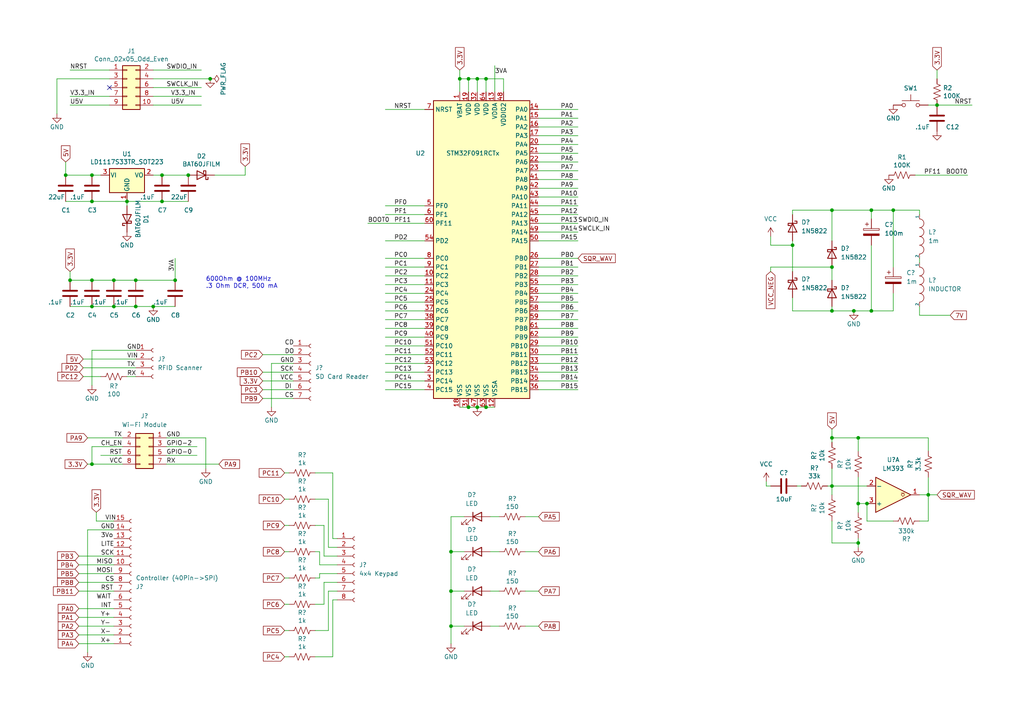
<source format=kicad_sch>
(kicad_sch (version 20211123) (generator eeschema)
  (paper "A4")
  (lib_symbols
    (symbol "Comparator:LM393" (pin_names (offset 0.127))
      (property "Reference" "U" (at 3.81 3.81 0))
      (property "Value" "LM393" (at 6.35 -3.81 0))
      (symbol "LM393_1_1"
        (pin open_collector line (at 7.62 0 180) (length 2.54) (name "~") (number "1"))
        (pin input line (at -7.62 -2.54 0) (length 2.54) (name "-") (number "2"))
        (pin input line (at -7.62 2.54 0) (length 2.54) (name "+") (number "3"))
      )
      (symbol "LM393_2_1"
        (pin input line (at -7.62 2.54 0) (length 2.54) (name "+") (number "5"))
        (pin input line (at -7.62 -2.54 0) (length 2.54) (name "_") (number "6"))
        (pin open_collector line (at 7.62 0 180) (length 2.54) (name "~") (number "7"))
      )
      (symbol "LM393_3_1"
        (pin power_in line (at -2.54 -7.62 90) (length 3.81) (name "V-") (number "4"))
        (pin power_in line (at -2.54 7.62 270) (length 3.81) (name "V+") (number "8"))
      )
    )
    (symbol "Connector:Conn_01x04_Female" (pin_names (offset 1.016) hide)
      (property "Reference" "J" (at 0 5.08 0))
      (property "Value" "Conn_01x04_Female" (at 0 -7.62 0))
      (symbol "Conn_01x04_Female_1_1"
        (pin passive line (at -5.08 2.54 0) (length 3.81) (name "Pin_1") (number "1"))
        (pin passive line (at -5.08 0 0) (length 3.81) (name "Pin_2") (number "2"))
        (pin passive line (at -5.08 -2.54 0) (length 3.81) (name "Pin_3") (number "3"))
        (pin passive line (at -5.08 -5.08 0) (length 3.81) (name "Pin_4") (number "4"))
      )
    )
    (symbol "Connector:Conn_01x07_Female" (pin_names (offset 1.016) hide)
      (property "Reference" "J" (at 0 10.16 0))
      (property "Value" "Conn_01x07_Female" (at 0 -10.16 0))
      (symbol "Conn_01x07_Female_1_1"
        (pin passive line (at -5.08 7.62 0) (length 3.81) (name "Pin_1") (number "1"))
        (pin passive line (at -5.08 5.08 0) (length 3.81) (name "Pin_2") (number "2"))
        (pin passive line (at -5.08 2.54 0) (length 3.81) (name "Pin_3") (number "3"))
        (pin passive line (at -5.08 0 0) (length 3.81) (name "Pin_4") (number "4"))
        (pin passive line (at -5.08 -2.54 0) (length 3.81) (name "Pin_5") (number "5"))
        (pin passive line (at -5.08 -5.08 0) (length 3.81) (name "Pin_6") (number "6"))
        (pin passive line (at -5.08 -7.62 0) (length 3.81) (name "Pin_7") (number "7"))
      )
    )
    (symbol "Connector:Conn_01x08_Female" (pin_names (offset 1.016) hide)
      (property "Reference" "J" (at 0 10.16 0))
      (property "Value" "Conn_01x08_Female" (at 0 -12.7 0))
      (symbol "Conn_01x08_Female_1_1"
        (pin passive line (at -5.08 7.62 0) (length 3.81) (name "Pin_1") (number "1"))
        (pin passive line (at -5.08 5.08 0) (length 3.81) (name "Pin_2") (number "2"))
        (pin passive line (at -5.08 2.54 0) (length 3.81) (name "Pin_3") (number "3"))
        (pin passive line (at -5.08 0 0) (length 3.81) (name "Pin_4") (number "4"))
        (pin passive line (at -5.08 -2.54 0) (length 3.81) (name "Pin_5") (number "5"))
        (pin passive line (at -5.08 -5.08 0) (length 3.81) (name "Pin_6") (number "6"))
        (pin passive line (at -5.08 -7.62 0) (length 3.81) (name "Pin_7") (number "7"))
        (pin passive line (at -5.08 -10.16 0) (length 3.81) (name "Pin_8") (number "8"))
      )
    )
    (symbol "Connector:Conn_01x15_Female" (pin_names (offset 1.016) hide)
      (property "Reference" "J" (at 0 20.32 0))
      (property "Value" "Conn_01x15_Female" (at 0 -20.32 0))
      (symbol "Conn_01x15_Female_1_1"
        (pin passive line (at -5.08 17.78 0) (length 3.81) (name "Pin_1") (number "1"))
        (pin passive line (at -5.08 -5.08 0) (length 3.81) (name "Pin_10") (number "10"))
        (pin passive line (at -5.08 -7.62 0) (length 3.81) (name "Pin_11") (number "11"))
        (pin passive line (at -5.08 -10.16 0) (length 3.81) (name "Pin_12") (number "12"))
        (pin passive line (at -5.08 -12.7 0) (length 3.81) (name "Pin_13") (number "13"))
        (pin passive line (at -5.08 -15.24 0) (length 3.81) (name "Pin_14") (number "14"))
        (pin passive line (at -5.08 -17.78 0) (length 3.81) (name "Pin_15") (number "15"))
        (pin passive line (at -5.08 15.24 0) (length 3.81) (name "Pin_2") (number "2"))
        (pin passive line (at -5.08 12.7 0) (length 3.81) (name "Pin_3") (number "3"))
        (pin passive line (at -5.08 10.16 0) (length 3.81) (name "Pin_4") (number "4"))
        (pin passive line (at -5.08 7.62 0) (length 3.81) (name "Pin_5") (number "5"))
        (pin passive line (at -5.08 5.08 0) (length 3.81) (name "Pin_6") (number "6"))
        (pin passive line (at -5.08 2.54 0) (length 3.81) (name "Pin_7") (number "7"))
        (pin passive line (at -5.08 0 0) (length 3.81) (name "Pin_8") (number "8"))
        (pin passive line (at -5.08 -2.54 0) (length 3.81) (name "Pin_9") (number "9"))
      )
    )
    (symbol "Connector_Generic:Conn_02x04_Odd_Even" (pin_names (offset 1.016) hide)
      (property "Reference" "J" (at 1.27 5.08 0))
      (property "Value" "Conn_02x04_Odd_Even" (at 1.27 -7.62 0))
      (symbol "Conn_02x04_Odd_Even_1_1"
        (pin passive line (at -5.08 2.54 0) (length 3.81) (name "Pin_1") (number "1"))
        (pin passive line (at 7.62 2.54 180) (length 3.81) (name "Pin_2") (number "2"))
        (pin passive line (at -5.08 0 0) (length 3.81) (name "Pin_3") (number "3"))
        (pin passive line (at 7.62 0 180) (length 3.81) (name "Pin_4") (number "4"))
        (pin passive line (at -5.08 -2.54 0) (length 3.81) (name "Pin_5") (number "5"))
        (pin passive line (at 7.62 -2.54 180) (length 3.81) (name "Pin_6") (number "6"))
        (pin passive line (at -5.08 -5.08 0) (length 3.81) (name "Pin_7") (number "7"))
        (pin passive line (at 7.62 -5.08 180) (length 3.81) (name "Pin_8") (number "8"))
      )
    )
    (symbol "Connector_Generic:Conn_02x05_Odd_Even" (pin_names (offset 1.016) hide)
      (property "Reference" "J" (at 1.27 7.62 0))
      (property "Value" "Conn_02x05_Odd_Even" (at 1.27 -7.62 0))
      (symbol "Conn_02x05_Odd_Even_1_1"
        (pin passive line (at -5.08 5.08 0) (length 3.81) (name "Pin_1") (number "1"))
        (pin passive line (at 7.62 -5.08 180) (length 3.81) (name "Pin_10") (number "10"))
        (pin passive line (at 7.62 5.08 180) (length 3.81) (name "Pin_2") (number "2"))
        (pin passive line (at -5.08 2.54 0) (length 3.81) (name "Pin_3") (number "3"))
        (pin passive line (at 7.62 2.54 180) (length 3.81) (name "Pin_4") (number "4"))
        (pin passive line (at -5.08 0 0) (length 3.81) (name "Pin_5") (number "5"))
        (pin passive line (at 7.62 0 180) (length 3.81) (name "Pin_6") (number "6"))
        (pin passive line (at -5.08 -2.54 0) (length 3.81) (name "Pin_7") (number "7"))
        (pin passive line (at 7.62 -2.54 180) (length 3.81) (name "Pin_8") (number "8"))
        (pin passive line (at -5.08 -5.08 0) (length 3.81) (name "Pin_9") (number "9"))
      )
    )
    (symbol "Device:C" (pin_numbers hide) (pin_names (offset 0.254))
      (property "Reference" "C" (at 0.635 2.54 0))
      (property "Value" "C" (at 0.635 -2.54 0))
      (symbol "C_1_1"
        (pin passive line (at 0 3.81 270) (length 2.794) (name "~") (number "1"))
        (pin passive line (at 0 -3.81 90) (length 2.794) (name "~") (number "2"))
      )
    )
    (symbol "Device:C_Polarized" (pin_numbers hide) (pin_names (offset 0.254))
      (property "Reference" "C" (at 0.635 2.54 0))
      (property "Value" "C_Polarized" (at 0.635 -2.54 0))
      (symbol "C_Polarized_1_1"
        (pin passive line (at 0 3.81 270) (length 2.794) (name "~") (number "1"))
        (pin passive line (at 0 -3.81 90) (length 2.794) (name "~") (number "2"))
      )
    )
    (symbol "Device:D_Schottky" (pin_numbers hide) (pin_names (offset 1.016) hide)
      (property "Reference" "D" (at 0 2.54 0))
      (property "Value" "D_Schottky" (at 0 -2.54 0))
      (symbol "D_Schottky_1_1"
        (pin passive line (at -3.81 0 0) (length 2.54) (name "K") (number "1"))
        (pin passive line (at 3.81 0 180) (length 2.54) (name "A") (number "2"))
      )
    )
    (symbol "Device:LED" (pin_numbers hide) (pin_names (offset 1.016) hide)
      (property "Reference" "D" (at 0 2.54 0))
      (property "Value" "LED" (at 0 -2.54 0))
      (symbol "LED_1_1"
        (pin passive line (at -3.81 0 0) (length 2.54) (name "K") (number "1"))
        (pin passive line (at 3.81 0 180) (length 2.54) (name "A") (number "2"))
      )
    )
    (symbol "Device:R_US" (pin_numbers hide) (pin_names (offset 0))
      (property "Reference" "R" (at 2.54 0 90))
      (property "Value" "R_US" (at -2.54 0 90))
      (symbol "R_US_1_1"
        (pin passive line (at 0 3.81 270) (length 1.27) (name "~") (number "1"))
        (pin passive line (at 0 -3.81 90) (length 1.27) (name "~") (number "2"))
      )
    )
    (symbol "Diode:BAT60A" (pin_numbers hide) (pin_names (offset 1.016) hide)
      (property "Reference" "D" (at 0 2.54 0))
      (property "Value" "BAT60A" (at 0 -2.54 0))
      (symbol "BAT60A_1_1"
        (pin passive line (at -3.81 0 0) (length 2.54) (name "K") (number "1"))
        (pin passive line (at 3.81 0 180) (length 2.54) (name "A") (number "2"))
      )
    )
    (symbol "MCU_ST_STM32F0:STM32F091RCTx"
      (property "Reference" "U" (at -15.24 44.45 0))
      (property "Value" "STM32F091RCTx" (at 7.62 44.45 0))
      (symbol "STM32F091RCTx_1_1"
        (pin power_in line (at -7.62 45.72 270) (length 2.54) (name "VBAT") (number "1"))
        (pin bidirectional line (at -17.78 -7.62 0) (length 2.54) (name "PC2") (number "10"))
        (pin bidirectional line (at -17.78 -10.16 0) (length 2.54) (name "PC3") (number "11"))
        (pin power_in line (at 2.54 -45.72 90) (length 2.54) (name "VSSA") (number "12"))
        (pin power_in line (at 2.54 45.72 270) (length 2.54) (name "VDDA") (number "13"))
        (pin bidirectional line (at 15.24 40.64 180) (length 2.54) (name "PA0") (number "14"))
        (pin bidirectional line (at 15.24 38.1 180) (length 2.54) (name "PA1") (number "15"))
        (pin bidirectional line (at 15.24 35.56 180) (length 2.54) (name "PA2") (number "16"))
        (pin bidirectional line (at 15.24 33.02 180) (length 2.54) (name "PA3") (number "17"))
        (pin power_in line (at -7.62 -45.72 90) (length 2.54) (name "VSS") (number "18"))
        (pin power_in line (at -5.08 45.72 270) (length 2.54) (name "VDD") (number "19"))
        (pin bidirectional line (at -17.78 -35.56 0) (length 2.54) (name "PC13") (number "2"))
        (pin bidirectional line (at 15.24 30.48 180) (length 2.54) (name "PA4") (number "20"))
        (pin bidirectional line (at 15.24 27.94 180) (length 2.54) (name "PA5") (number "21"))
        (pin bidirectional line (at 15.24 25.4 180) (length 2.54) (name "PA6") (number "22"))
        (pin bidirectional line (at 15.24 22.86 180) (length 2.54) (name "PA7") (number "23"))
        (pin bidirectional line (at -17.78 -12.7 0) (length 2.54) (name "PC4") (number "24"))
        (pin bidirectional line (at -17.78 -15.24 0) (length 2.54) (name "PC5") (number "25"))
        (pin bidirectional line (at 15.24 -2.54 180) (length 2.54) (name "PB0") (number "26"))
        (pin bidirectional line (at 15.24 -5.08 180) (length 2.54) (name "PB1") (number "27"))
        (pin bidirectional line (at 15.24 -7.62 180) (length 2.54) (name "PB2") (number "28"))
        (pin bidirectional line (at 15.24 -27.94 180) (length 2.54) (name "PB10") (number "29"))
        (pin bidirectional line (at -17.78 -38.1 0) (length 2.54) (name "PC14") (number "3"))
        (pin bidirectional line (at 15.24 -30.48 180) (length 2.54) (name "PB11") (number "30"))
        (pin power_in line (at -5.08 -45.72 90) (length 2.54) (name "VSS") (number "31"))
        (pin power_in line (at -2.54 45.72 270) (length 2.54) (name "VDD") (number "32"))
        (pin bidirectional line (at 15.24 -33.02 180) (length 2.54) (name "PB12") (number "33"))
        (pin bidirectional line (at 15.24 -35.56 180) (length 2.54) (name "PB13") (number "34"))
        (pin bidirectional line (at 15.24 -38.1 180) (length 2.54) (name "PB14") (number "35"))
        (pin bidirectional line (at 15.24 -40.64 180) (length 2.54) (name "PB15") (number "36"))
        (pin bidirectional line (at -17.78 -17.78 0) (length 2.54) (name "PC6") (number "37"))
        (pin bidirectional line (at -17.78 -20.32 0) (length 2.54) (name "PC7") (number "38"))
        (pin bidirectional line (at -17.78 -22.86 0) (length 2.54) (name "PC8") (number "39"))
        (pin bidirectional line (at -17.78 -40.64 0) (length 2.54) (name "PC15") (number "4"))
        (pin bidirectional line (at -17.78 -25.4 0) (length 2.54) (name "PC9") (number "40"))
        (pin bidirectional line (at 15.24 20.32 180) (length 2.54) (name "PA8") (number "41"))
        (pin bidirectional line (at 15.24 17.78 180) (length 2.54) (name "PA9") (number "42"))
        (pin bidirectional line (at 15.24 15.24 180) (length 2.54) (name "PA10") (number "43"))
        (pin bidirectional line (at 15.24 12.7 180) (length 2.54) (name "PA11") (number "44"))
        (pin bidirectional line (at 15.24 10.16 180) (length 2.54) (name "PA12") (number "45"))
        (pin bidirectional line (at 15.24 7.62 180) (length 2.54) (name "PA13") (number "46"))
        (pin power_in line (at -2.54 -45.72 90) (length 2.54) (name "VSS") (number "47"))
        (pin power_in line (at 5.08 45.72 270) (length 2.54) (name "VDDIO2") (number "48"))
        (pin bidirectional line (at 15.24 5.08 180) (length 2.54) (name "PA14") (number "49"))
        (pin input line (at -17.78 12.7 0) (length 2.54) (name "PF0") (number "5"))
        (pin bidirectional line (at 15.24 2.54 180) (length 2.54) (name "PA15") (number "50"))
        (pin bidirectional line (at -17.78 -27.94 0) (length 2.54) (name "PC10") (number "51"))
        (pin bidirectional line (at -17.78 -30.48 0) (length 2.54) (name "PC11") (number "52"))
        (pin bidirectional line (at -17.78 -33.02 0) (length 2.54) (name "PC12") (number "53"))
        (pin bidirectional line (at -17.78 2.54 0) (length 2.54) (name "PD2") (number "54"))
        (pin bidirectional line (at 15.24 -10.16 180) (length 2.54) (name "PB3") (number "55"))
        (pin bidirectional line (at 15.24 -12.7 180) (length 2.54) (name "PB4") (number "56"))
        (pin bidirectional line (at 15.24 -15.24 180) (length 2.54) (name "PB5") (number "57"))
        (pin bidirectional line (at 15.24 -17.78 180) (length 2.54) (name "PB6") (number "58"))
        (pin bidirectional line (at 15.24 -20.32 180) (length 2.54) (name "PB7") (number "59"))
        (pin input line (at -17.78 10.16 0) (length 2.54) (name "PF1") (number "6"))
        (pin bidirectional line (at -17.78 7.62 0) (length 2.54) (name "PF11") (number "60"))
        (pin bidirectional line (at 15.24 -22.86 180) (length 2.54) (name "PB8") (number "61"))
        (pin bidirectional line (at 15.24 -25.4 180) (length 2.54) (name "PB9") (number "62"))
        (pin power_in line (at 0 -45.72 90) (length 2.54) (name "VSS") (number "63"))
        (pin power_in line (at 0 45.72 270) (length 2.54) (name "VDD") (number "64"))
        (pin input line (at -17.78 40.64 0) (length 2.54) (name "NRST") (number "7"))
        (pin bidirectional line (at -17.78 -2.54 0) (length 2.54) (name "PC0") (number "8"))
        (pin bidirectional line (at -17.78 -5.08 0) (length 2.54) (name "PC1") (number "9"))
      )
    )
    (symbol "Regulator_Linear:LD1117S33TR_SOT223" (pin_names (offset 0.254))
      (property "Reference" "U" (at -3.81 3.175 0))
      (property "Value" "LD1117S33TR_SOT223" (at 0 3.175 0))
      (symbol "LD1117S33TR_SOT223_1_1"
        (pin power_in line (at 0 -7.62 90) (length 2.54) (name "GND") (number "1"))
        (pin power_out line (at 7.62 0 180) (length 2.54) (name "VO") (number "2"))
        (pin power_in line (at -7.62 0 0) (length 2.54) (name "VI") (number "3"))
      )
    )
    (symbol "Switch:SW_Push" (pin_numbers hide) (pin_names (offset 1.016) hide)
      (property "Reference" "SW" (at 1.27 2.54 0))
      (property "Value" "SW_Push" (at 0 -1.524 0))
      (symbol "SW_Push_0_1"
        (pin passive line (at -5.08 0 0) (length 2.54) (name "1") (number "1"))
        (pin passive line (at 5.08 0 180) (length 2.54) (name "2") (number "2"))
      )
    )
    (symbol "power:GND" (power) (pin_names (offset 0))
      (property "Value" "GND" (at 0 -3.81 0))
      (symbol "GND_1_1"
        (pin power_in line (at 0 0 270) (length 0) hide (name "GND") (number "1"))
      )
    )
    (symbol "power:PWR_FLAG" (power) (pin_numbers hide) (pin_names (offset 0) hide)
      (property "Value" "PWR_FLAG" (at 0 3.81 0))
      (symbol "PWR_FLAG_0_0"
        (pin power_out line (at 0 0 90) (length 0) (name "pwr") (number "1"))
      )
    )
    (symbol "power:VCC" (power) (pin_names (offset 0))
      (property "Value" "VCC" (at 0 3.81 0))
      (symbol "VCC_1_1"
        (pin power_in line (at 0 0 90) (length 0) hide (name "VCC") (number "1"))
      )
    )
    (symbol "pspice:INDUCTOR" (pin_numbers hide) (pin_names (offset 0))
      (property "Reference" "L" (at 0 2.54 0))
      (property "Value" "INDUCTOR" (at 0 -1.27 0))
      (symbol "INDUCTOR_1_1"
        (pin input line (at -6.35 0 0) (length 1.27) (name "1") (number "1"))
        (pin input line (at 6.35 0 180) (length 1.27) (name "2") (number "2"))
      )
    )
  )
  (junction (at 130.81 160.02))
  (junction (at 26.67 88.9))
  (junction (at 241.3 60.96))
  (junction (at 26.67 81.28))
  (junction (at 252.73 60.96))
  (junction (at 269.24 143.51))
  (junction (at 241.3 127))
  (junction (at 46.99 50.8))
  (junction (at 241.3 90.17))
  (junction (at 259.08 60.96))
  (junction (at 241.3 77.47))
  (junction (at 248.92 127))
  (junction (at 140.97 118.11))
  (junction (at 138.43 118.11))
  (junction (at 138.43 22.86))
  (junction (at 26.67 58.42))
  (junction (at 130.81 171.45))
  (junction (at 248.92 146.05))
  (junction (at 135.89 118.11))
  (junction (at 46.99 58.42))
  (junction (at 39.37 88.9))
  (junction (at 33.02 88.9))
  (junction (at 140.97 22.86))
  (junction (at 36.83 58.42))
  (junction (at 60.96 22.86))
  (junction (at 130.81 181.61))
  (junction (at 54.61 50.8))
  (junction (at 26.67 50.8))
  (junction (at 251.46 146.05))
  (junction (at 133.35 22.86))
  (junction (at 19.05 50.8))
  (junction (at 20.32 81.28))
  (junction (at 44.45 88.9))
  (junction (at 247.65 90.17))
  (junction (at 39.37 81.28))
  (junction (at 26.67 134.62))
  (junction (at 248.92 157.48))
  (junction (at 135.89 22.86))
  (junction (at 229.87 71.12))
  (junction (at 252.73 90.17))
  (junction (at 33.02 81.28))
  (junction (at 271.78 30.48))
  (junction (at 241.3 140.97))
  (junction (at 50.8 81.28))
  (no_connect (at 31.75 25.4))
  (wire (pts (xy 19.05 46.99) (xy 19.05 50.8)))
  (wire (pts (xy 269.24 151.13) (xy 269.24 143.51)))
  (wire (pts (xy 133.35 118.11) (xy 135.89 118.11)))
  (wire (pts (xy 96.52 190.5) (xy 96.52 173.99)))
  (wire (pts (xy 130.81 181.61) (xy 130.81 171.45)))
  (wire (pts (xy 156.21 59.69) (xy 167.64 59.69)))
  (wire (pts (xy 27.94 148.59) (xy 27.94 151.13)))
  (wire (pts (xy 82.55 167.64) (xy 83.82 167.64)))
  (wire (pts (xy 62.23 50.8) (xy 71.12 50.8)))
  (wire (pts (xy 16.51 22.86) (xy 31.75 22.86)))
  (wire (pts (xy 269.24 30.48) (xy 271.78 30.48)))
  (wire (pts (xy 44.45 20.32) (xy 58.42 20.32)))
  (wire (pts (xy 229.87 62.23) (xy 229.87 60.96)))
  (wire (pts (xy 140.97 26.67) (xy 140.97 22.86)))
  (wire (pts (xy 269.24 138.43) (xy 269.24 143.51)))
  (wire (pts (xy 20.32 30.48) (xy 31.75 30.48)))
  (wire (pts (xy 156.21 77.47) (xy 167.64 77.47)))
  (wire (pts (xy 229.87 86.36) (xy 229.87 90.17)))
  (wire (pts (xy 92.71 163.83) (xy 97.79 163.83)))
  (wire (pts (xy 91.44 152.4) (xy 93.98 152.4)))
  (wire (pts (xy 96.52 137.16) (xy 96.52 156.21)))
  (wire (pts (xy 93.98 152.4) (xy 93.98 161.29)))
  (wire (pts (xy 231.14 140.97) (xy 232.41 140.97)))
  (wire (pts (xy 156.21 52.07) (xy 167.64 52.07)))
  (wire (pts (xy 33.02 88.9) (xy 39.37 88.9)))
  (wire (pts (xy 123.19 59.69) (xy 111.76 59.69)))
  (wire (pts (xy 106.68 64.77) (xy 123.19 64.77)))
  (wire (pts (xy 252.73 60.96) (xy 252.73 63.5)))
  (wire (pts (xy 156.21 113.03) (xy 167.64 113.03)))
  (wire (pts (xy 123.19 90.17) (xy 111.76 90.17)))
  (wire (pts (xy 93.98 175.26) (xy 93.98 168.91)))
  (wire (pts (xy 142.24 181.61) (xy 144.78 181.61)))
  (wire (pts (xy 95.25 158.75) (xy 97.79 158.75)))
  (wire (pts (xy 251.46 151.13) (xy 259.08 151.13)))
  (wire (pts (xy 27.94 151.13) (xy 33.02 151.13)))
  (wire (pts (xy 130.81 186.69) (xy 130.81 181.61)))
  (wire (pts (xy 266.7 60.96) (xy 266.7 62.23)))
  (wire (pts (xy 59.69 135.89) (xy 59.69 127)))
  (wire (pts (xy 229.87 71.12) (xy 229.87 78.74)))
  (wire (pts (xy 91.44 175.26) (xy 93.98 175.26)))
  (wire (pts (xy 135.89 22.86) (xy 138.43 22.86)))
  (wire (pts (xy 241.3 77.47) (xy 241.3 81.28)))
  (wire (pts (xy 76.2 107.95) (xy 85.09 107.95)))
  (wire (pts (xy 269.24 143.51) (xy 271.78 143.51)))
  (wire (pts (xy 156.21 64.77) (xy 167.64 64.77)))
  (wire (pts (xy 130.81 160.02) (xy 130.81 149.86)))
  (wire (pts (xy 123.19 97.79) (xy 111.76 97.79)))
  (wire (pts (xy 25.4 134.62) (xy 26.67 134.62)))
  (wire (pts (xy 130.81 160.02) (xy 134.62 160.02)))
  (wire (pts (xy 92.71 166.37) (xy 97.79 166.37)))
  (wire (pts (xy 156.21 62.23) (xy 167.64 62.23)))
  (wire (pts (xy 48.26 129.54) (xy 57.15 129.54)))
  (wire (pts (xy 266.7 151.13) (xy 269.24 151.13)))
  (wire (pts (xy 26.67 81.28) (xy 33.02 81.28)))
  (wire (pts (xy 271.78 20.32) (xy 271.78 22.86)))
  (wire (pts (xy 241.3 140.97) (xy 241.3 143.51)))
  (wire (pts (xy 156.21 46.99) (xy 167.64 46.99)))
  (wire (pts (xy 156.21 90.17) (xy 167.64 90.17)))
  (wire (pts (xy 22.86 176.53) (xy 33.02 176.53)))
  (wire (pts (xy 241.3 90.17) (xy 241.3 88.9)))
  (wire (pts (xy 85.09 105.41) (xy 78.74 105.41)))
  (wire (pts (xy 20.32 81.28) (xy 26.67 81.28)))
  (wire (pts (xy 123.19 102.87) (xy 111.76 102.87)))
  (wire (pts (xy 152.4 160.02) (xy 156.21 160.02)))
  (wire (pts (xy 22.86 186.69) (xy 33.02 186.69)))
  (wire (pts (xy 26.67 129.54) (xy 26.67 134.62)))
  (wire (pts (xy 123.19 87.63) (xy 111.76 87.63)))
  (wire (pts (xy 156.21 87.63) (xy 167.64 87.63)))
  (wire (pts (xy 123.19 31.75) (xy 111.76 31.75)))
  (wire (pts (xy 241.3 135.89) (xy 241.3 140.97)))
  (wire (pts (xy 241.3 140.97) (xy 251.46 140.97)))
  (wire (pts (xy 241.3 60.96) (xy 241.3 69.85)))
  (wire (pts (xy 76.2 115.57) (xy 85.09 115.57)))
  (wire (pts (xy 248.92 127) (xy 248.92 130.81)))
  (wire (pts (xy 252.73 90.17) (xy 247.65 90.17)))
  (wire (pts (xy 156.21 34.29) (xy 167.64 34.29)))
  (wire (pts (xy 248.92 138.43) (xy 248.92 146.05)))
  (wire (pts (xy 142.24 149.86) (xy 144.78 149.86)))
  (wire (pts (xy 241.3 60.96) (xy 252.73 60.96)))
  (wire (pts (xy 156.21 95.25) (xy 167.64 95.25)))
  (wire (pts (xy 29.21 132.08) (xy 35.56 132.08)))
  (wire (pts (xy 48.26 134.62) (xy 63.5 134.62)))
  (wire (pts (xy 91.44 167.64) (xy 92.71 167.64)))
  (wire (pts (xy 25.4 153.67) (xy 33.02 153.67)))
  (wire (pts (xy 229.87 60.96) (xy 241.3 60.96)))
  (wire (pts (xy 93.98 161.29) (xy 97.79 161.29)))
  (wire (pts (xy 76.2 102.87) (xy 85.09 102.87)))
  (wire (pts (xy 91.44 190.5) (xy 96.52 190.5)))
  (wire (pts (xy 29.21 50.8) (xy 26.67 50.8)))
  (wire (pts (xy 48.26 127) (xy 59.69 127)))
  (wire (pts (xy 24.13 106.68) (xy 39.37 106.68)))
  (wire (pts (xy 82.55 137.16) (xy 83.82 137.16)))
  (wire (pts (xy 156.21 44.45) (xy 167.64 44.45)))
  (wire (pts (xy 266.7 88.9) (xy 266.7 91.44)))
  (wire (pts (xy 24.13 109.22) (xy 29.21 109.22)))
  (wire (pts (xy 252.73 71.12) (xy 252.73 90.17)))
  (wire (pts (xy 142.24 171.45) (xy 144.78 171.45)))
  (wire (pts (xy 91.44 182.88) (xy 95.25 182.88)))
  (wire (pts (xy 248.92 146.05) (xy 248.92 148.59)))
  (wire (pts (xy 271.78 30.48) (xy 281.94 30.48)))
  (wire (pts (xy 95.25 144.78) (xy 95.25 158.75)))
  (wire (pts (xy 39.37 88.9) (xy 44.45 88.9)))
  (wire (pts (xy 156.21 92.71) (xy 167.64 92.71)))
  (wire (pts (xy 156.21 97.79) (xy 167.64 97.79)))
  (wire (pts (xy 130.81 181.61) (xy 134.62 181.61)))
  (wire (pts (xy 26.67 58.42) (xy 36.83 58.42)))
  (wire (pts (xy 44.45 22.86) (xy 60.96 22.86)))
  (wire (pts (xy 20.32 78.74) (xy 20.32 81.28)))
  (wire (pts (xy 25.4 153.67) (xy 25.4 189.23)))
  (wire (pts (xy 241.3 151.13) (xy 241.3 157.48)))
  (wire (pts (xy 96.52 156.21) (xy 97.79 156.21)))
  (wire (pts (xy 156.21 107.95) (xy 167.64 107.95)))
  (wire (pts (xy 91.44 160.02) (xy 92.71 160.02)))
  (wire (pts (xy 123.19 85.09) (xy 111.76 85.09)))
  (wire (pts (xy 156.21 39.37) (xy 167.64 39.37)))
  (wire (pts (xy 36.83 109.22) (xy 39.37 109.22)))
  (wire (pts (xy 156.21 69.85) (xy 167.64 69.85)))
  (wire (pts (xy 123.19 92.71) (xy 111.76 92.71)))
  (wire (pts (xy 22.86 184.15) (xy 33.02 184.15)))
  (wire (pts (xy 223.52 77.47) (xy 241.3 77.47)))
  (wire (pts (xy 130.81 149.86) (xy 134.62 149.86)))
  (wire (pts (xy 82.55 190.5) (xy 83.82 190.5)))
  (wire (pts (xy 152.4 181.61) (xy 156.21 181.61)))
  (wire (pts (xy 96.52 173.99) (xy 97.79 173.99)))
  (wire (pts (xy 123.19 113.03) (xy 111.76 113.03)))
  (wire (pts (xy 248.92 127) (xy 269.24 127)))
  (wire (pts (xy 78.74 105.41) (xy 78.74 118.11)))
  (wire (pts (xy 156.21 41.91) (xy 167.64 41.91)))
  (wire (pts (xy 44.45 27.94) (xy 58.42 27.94)))
  (wire (pts (xy 39.37 81.28) (xy 50.8 81.28)))
  (wire (pts (xy 229.87 90.17) (xy 241.3 90.17)))
  (wire (pts (xy 138.43 118.11) (xy 140.97 118.11)))
  (wire (pts (xy 240.03 140.97) (xy 241.3 140.97)))
  (wire (pts (xy 95.25 182.88) (xy 95.25 171.45)))
  (wire (pts (xy 25.4 127) (xy 35.56 127)))
  (wire (pts (xy 130.81 171.45) (xy 130.81 160.02)))
  (wire (pts (xy 156.21 36.83) (xy 167.64 36.83)))
  (wire (pts (xy 133.35 26.67) (xy 133.35 22.86)))
  (wire (pts (xy 251.46 146.05) (xy 251.46 151.13)))
  (wire (pts (xy 156.21 102.87) (xy 167.64 102.87)))
  (wire (pts (xy 156.21 110.49) (xy 167.64 110.49)))
  (wire (pts (xy 22.86 171.45) (xy 33.02 171.45)))
  (wire (pts (xy 259.08 60.96) (xy 252.73 60.96)))
  (wire (pts (xy 156.21 57.15) (xy 167.64 57.15)))
  (wire (pts (xy 135.89 26.67) (xy 135.89 22.86)))
  (wire (pts (xy 82.55 144.78) (xy 83.82 144.78)))
  (wire (pts (xy 123.19 77.47) (xy 111.76 77.47)))
  (wire (pts (xy 259.08 90.17) (xy 259.08 85.09)))
  (wire (pts (xy 91.44 137.16) (xy 96.52 137.16)))
  (wire (pts (xy 266.7 91.44) (xy 275.59 91.44)))
  (wire (pts (xy 33.02 81.28) (xy 39.37 81.28)))
  (wire (pts (xy 156.21 100.33) (xy 167.64 100.33)))
  (wire (pts (xy 265.43 50.8) (xy 280.67 50.8)))
  (wire (pts (xy 241.3 127) (xy 248.92 127)))
  (wire (pts (xy 152.4 149.86) (xy 156.21 149.86)))
  (wire (pts (xy 31.75 20.32) (xy 20.32 20.32)))
  (wire (pts (xy 247.65 90.17) (xy 241.3 90.17)))
  (wire (pts (xy 92.71 167.64) (xy 92.71 166.37)))
  (wire (pts (xy 24.13 104.14) (xy 39.37 104.14)))
  (wire (pts (xy 123.19 95.25) (xy 111.76 95.25)))
  (wire (pts (xy 140.97 118.11) (xy 143.51 118.11)))
  (wire (pts (xy 19.05 50.8) (xy 26.67 50.8)))
  (wire (pts (xy 156.21 105.41) (xy 167.64 105.41)))
  (wire (pts (xy 19.05 58.42) (xy 26.67 58.42)))
  (wire (pts (xy 133.35 22.86) (xy 135.89 22.86)))
  (wire (pts (xy 241.3 127) (xy 241.3 128.27)))
  (wire (pts (xy 44.45 25.4) (xy 58.42 25.4)))
  (wire (pts (xy 248.92 157.48) (xy 248.92 156.21)))
  (wire (pts (xy 252.73 90.17) (xy 259.08 90.17)))
  (wire (pts (xy 156.21 67.31) (xy 167.64 67.31)))
  (wire (pts (xy 156.21 82.55) (xy 167.64 82.55)))
  (wire (pts (xy 22.86 161.29) (xy 33.02 161.29)))
  (wire (pts (xy 82.55 175.26) (xy 83.82 175.26)))
  (wire (pts (xy 44.45 50.8) (xy 46.99 50.8)))
  (wire (pts (xy 241.3 157.48) (xy 248.92 157.48)))
  (wire (pts (xy 259.08 77.47) (xy 259.08 60.96)))
  (wire (pts (xy 223.52 71.12) (xy 229.87 71.12)))
  (wire (pts (xy 229.87 71.12) (xy 229.87 69.85)))
  (wire (pts (xy 123.19 74.93) (xy 111.76 74.93)))
  (wire (pts (xy 92.71 160.02) (xy 92.71 163.83)))
  (wire (pts (xy 16.51 22.86) (xy 16.51 33.02)))
  (wire (pts (xy 26.67 111.76) (xy 26.67 101.6)))
  (wire (pts (xy 259.08 60.96) (xy 266.7 60.96)))
  (wire (pts (xy 156.21 74.93) (xy 167.64 74.93)))
  (wire (pts (xy 123.19 69.85) (xy 111.76 69.85)))
  (wire (pts (xy 248.92 146.05) (xy 251.46 146.05)))
  (wire (pts (xy 36.83 59.69) (xy 36.83 58.42)))
  (wire (pts (xy 46.99 58.42) (xy 54.61 58.42)))
  (wire (pts (xy 82.55 152.4) (xy 83.82 152.4)))
  (wire (pts (xy 138.43 26.67) (xy 138.43 22.86)))
  (wire (pts (xy 93.98 168.91) (xy 97.79 168.91)))
  (wire (pts (xy 46.99 50.8) (xy 54.61 50.8)))
  (wire (pts (xy 76.2 113.03) (xy 85.09 113.03)))
  (wire (pts (xy 22.86 168.91) (xy 33.02 168.91)))
  (wire (pts (xy 95.25 171.45) (xy 97.79 171.45)))
  (wire (pts (xy 143.51 26.67) (xy 143.51 19.05)))
  (wire (pts (xy 123.19 107.95) (xy 111.76 107.95)))
  (wire (pts (xy 91.44 144.78) (xy 95.25 144.78)))
  (wire (pts (xy 156.21 85.09) (xy 167.64 85.09)))
  (wire (pts (xy 26.67 88.9) (xy 33.02 88.9)))
  (wire (pts (xy 152.4 171.45) (xy 156.21 171.45)))
  (wire (pts (xy 123.19 100.33) (xy 111.76 100.33)))
  (wire (pts (xy 241.3 124.46) (xy 241.3 127)))
  (wire (pts (xy 123.19 105.41) (xy 111.76 105.41)))
  (wire (pts (xy 82.55 182.88) (xy 83.82 182.88)))
  (wire (pts (xy 123.19 110.49) (xy 111.76 110.49)))
  (wire (pts (xy 22.86 166.37) (xy 33.02 166.37)))
  (wire (pts (xy 222.25 139.7) (xy 222.25 140.97)))
  (wire (pts (xy 138.43 22.86) (xy 140.97 22.86)))
  (wire (pts (xy 123.19 82.55) (xy 111.76 82.55)))
  (wire (pts (xy 269.24 127) (xy 269.24 130.81)))
  (wire (pts (xy 156.21 31.75) (xy 167.64 31.75)))
  (wire (pts (xy 123.19 80.01) (xy 111.76 80.01)))
  (wire (pts (xy 223.52 78.74) (xy 223.52 77.47)))
  (wire (pts (xy 133.35 20.32) (xy 133.35 22.86)))
  (wire (pts (xy 71.12 48.26) (xy 71.12 50.8)))
  (wire (pts (xy 130.81 171.45) (xy 134.62 171.45)))
  (wire (pts (xy 76.2 110.49) (xy 85.09 110.49)))
  (wire (pts (xy 142.24 160.02) (xy 144.78 160.02)))
  (wire (pts (xy 156.21 54.61) (xy 167.64 54.61)))
  (wire (pts (xy 22.86 163.83) (xy 33.02 163.83)))
  (wire (pts (xy 135.89 118.11) (xy 138.43 118.11)))
  (wire (pts (xy 82.55 160.02) (xy 83.82 160.02)))
  (wire (pts (xy 36.83 58.42) (xy 46.99 58.42)))
  (wire (pts (xy 22.86 181.61) (xy 33.02 181.61)))
  (wire (pts (xy 140.97 22.86) (xy 146.05 22.86)))
  (wire (pts (xy 266.7 74.93) (xy 266.7 76.2)))
  (wire (pts (xy 123.19 62.23) (xy 111.76 62.23)))
  (wire (pts (xy 31.75 27.94) (xy 20.32 27.94)))
  (wire (pts (xy 44.45 30.48) (xy 58.42 30.48)))
  (wire (pts (xy 22.86 179.07) (xy 33.02 179.07)))
  (wire (pts (xy 156.21 49.53) (xy 167.64 49.53)))
  (wire (pts (xy 266.7 143.51) (xy 269.24 143.51)))
  (wire (pts (xy 50.8 74.93) (xy 50.8 81.28)))
  (wire (pts (xy 48.26 132.08) (xy 57.15 132.08)))
  (wire (pts (xy 248.92 157.48) (xy 248.92 158.75)))
  (wire (pts (xy 222.25 140.97) (xy 223.52 140.97)))
  (wire (pts (xy 20.32 88.9) (xy 26.67 88.9)))
  (wire (pts (xy 26.67 129.54) (xy 35.56 129.54)))
  (wire (pts (xy 44.45 88.9) (xy 50.8 88.9)))
  (wire (pts (xy 156.21 80.01) (xy 167.64 80.01)))
  (wire (pts (xy 223.52 68.58) (xy 223.52 71.12)))
  (wire (pts (xy 26.67 101.6) (xy 39.37 101.6)))
  (wire (pts (xy 146.05 22.86) (xy 146.05 26.67)))
  (wire (pts (xy 26.67 134.62) (xy 35.56 134.62)))
  (text "600Ohm @ 100MHz\n.3 Ohm DCR, 500 mA" (at 59.69 83.82 0) (effects (font (size 1.27 1.27)) (justify left bottom)))
  (label "PA2" (at 162.56 36.83 0))
  (label "Y-" (at 29.21 181.61 0))
  (label "3VA" (at 143.51 21.59 0))
  (label "PA6" (at 162.56 46.99 0))
  (label "PB14" (at 162.56 110.49 0))
  (label "PA1" (at 162.56 34.29 0))
  (label "SWCLK_IN" (at 167.64 67.31 0))
  (label "PC14" (at 114.3 110.49 0))
  (label "PA0" (at 162.56 31.75 0))
  (label "PC6" (at 114.3 90.17 0))
  (label "PB11" (at 162.56 102.87 0))
  (label "RX" (at 36.83 109.22 0))
  (label "PF0" (at 114.3 59.69 0))
  (label "PB2" (at 162.56 80.01 0))
  (label "X-" (at 29.21 184.15 0))
  (label "PA13" (at 162.56 64.77 0))
  (label "PC3" (at 114.3 82.55 0))
  (label "PF11" (at 114.3 64.77 0))
  (label "VCC" (at 81.28 110.49 0))
  (label "SWCLK_IN" (at 48.26 25.4 0))
  (label "SWDIO_IN" (at 167.64 64.77 0))
  (label "PB6" (at 162.56 90.17 0))
  (label "MISO" (at 27.94 163.83 0))
  (label "PB4" (at 162.56 85.09 0))
  (label "PC5" (at 114.3 87.63 0))
  (label "PC11" (at 114.3 102.87 0))
  (label "GND" (at 29.21 153.67 0))
  (label "SCK" (at 81.28 107.95 0))
  (label "PA11" (at 162.56 59.69 0))
  (label "SWDIO_IN" (at 48.26 20.32 0))
  (label "PA15" (at 162.56 69.85 0))
  (label "RX" (at 48.26 134.62 0))
  (label "INT" (at 29.21 176.53 0))
  (label "VCC" (at 31.75 134.62 0))
  (label "BOOT0" (at 106.68 64.77 0))
  (label "PB10" (at 162.56 100.33 0))
  (label "GND" (at 48.26 127 0))
  (label "RST" (at 31.75 132.08 0))
  (label "X+" (at 29.21 186.69 0))
  (label "U5V" (at 49.53 30.48 0))
  (label "PC0" (at 114.3 74.93 0))
  (label "PA8" (at 162.56 52.07 0))
  (label "PB3" (at 162.56 82.55 0))
  (label "GND" (at 81.28 105.41 0))
  (label "NRST" (at 276.86 30.48 0))
  (label "PC2" (at 114.3 80.01 0))
  (label "PA9" (at 162.56 54.61 0))
  (label "SCK" (at 29.21 161.29 0))
  (label "PB15" (at 162.56 113.03 0))
  (label "PF11" (at 267.97 50.8 0))
  (label "Y+" (at 29.21 179.07 0))
  (label "PB13" (at 162.56 107.95 0))
  (label "PC8" (at 114.3 95.25 0))
  (label "DI" (at 82.55 113.03 0))
  (label "PB1" (at 162.56 77.47 0))
  (label "VIN" (at 36.83 104.14 0))
  (label "PB9" (at 162.56 97.79 0))
  (label "VIN" (at 30.48 151.13 0))
  (label "TX" (at 36.83 106.68 0))
  (label "CS" (at 30.48 168.91 0))
  (label "PA7" (at 162.56 49.53 0))
  (label "CH_EN" (at 29.21 129.54 0))
  (label "PC7" (at 114.3 92.71 0))
  (label "PF1" (at 114.3 62.23 0))
  (label "GPIO-0" (at 48.26 132.08 0))
  (label "3VA" (at 50.8 78.74 90))
  (label "PB12" (at 162.56 105.41 0))
  (label "PA3" (at 162.56 39.37 0))
  (label "PA4" (at 162.56 41.91 0))
  (label "GND" (at 36.83 101.6 0))
  (label "PC10" (at 114.3 100.33 0))
  (label "PD2" (at 114.3 69.85 0))
  (label "CS" (at 82.55 115.57 0))
  (label "CD" (at 82.55 100.33 0))
  (label "V3.3_IN" (at 49.53 27.94 0))
  (label "3Vo" (at 29.21 156.21 0))
  (label "LITE" (at 29.21 158.75 0))
  (label "PB8" (at 162.56 95.25 0))
  (label "V3.3_IN" (at 20.32 27.94 0))
  (label "U5V" (at 20.32 30.48 0))
  (label "PC12" (at 114.3 105.41 0))
  (label "TX" (at 33.02 127 0))
  (label "GPIO-2" (at 48.26 129.54 0))
  (label "PB7" (at 162.56 92.71 0))
  (label "WAIT" (at 27.94 173.99 0))
  (label "PA12" (at 162.56 62.23 0))
  (label "PC4" (at 114.3 85.09 0))
  (label "NRST" (at 20.32 20.32 0))
  (label "NRST" (at 114.3 31.75 0))
  (label "PC9" (at 114.3 97.79 0))
  (label "BOOT0" (at 274.32 50.8 0))
  (label "PB0" (at 162.56 74.93 0))
  (label "DO" (at 82.55 102.87 0))
  (label "PC1" (at 114.3 77.47 0))
  (label "PC15" (at 114.3 113.03 0))
  (label "RST" (at 29.21 171.45 0))
  (label "PA5" (at 162.56 44.45 0))
  (label "PC13" (at 114.3 107.95 0))
  (label "PB5" (at 162.56 87.63 0))
  (label "MOSI" (at 27.94 166.37 0))
  (label "PA10" (at 162.56 57.15 0))
  (label "PA14" (at 162.56 67.31 0))
  (global_label "3.3V" (shape input) (at 27.94 148.59 90) (property "Intersheet References" "${INTERSHEET_REFS}" (effects hide)))
  (global_label "3.3V" (shape input) (at 20.32 78.74 90) (property "Intersheet References" "${INTERSHEET_REFS}" (effects hide)))
  (global_label "PC4" (shape input) (at 82.55 190.5 180) (property "Intersheet References" "${INTERSHEET_REFS}" (effects hide)))
  (global_label "PD2" (shape input) (at 24.13 106.68 180) (property "Intersheet References" "${INTERSHEET_REFS}" (effects hide)))
  (global_label "PC5" (shape input) (at 82.55 182.88 180) (property "Intersheet References" "${INTERSHEET_REFS}" (effects hide)))
  (global_label "PA4" (shape input) (at 22.86 186.69 180) (property "Intersheet References" "${INTERSHEET_REFS}" (effects hide)))
  (global_label "5V" (shape input) (at 241.3 124.46 90) (property "Intersheet References" "${INTERSHEET_REFS}" (effects hide)))
  (global_label "3.3V" (shape input) (at 25.4 134.62 180) (property "Intersheet References" "${INTERSHEET_REFS}" (effects hide)))
  (global_label "PA9" (shape input) (at 63.5 134.62 0) (property "Intersheet References" "${INTERSHEET_REFS}" (effects hide)))
  (global_label "5V" (shape input) (at 24.13 104.14 180) (property "Intersheet References" "${INTERSHEET_REFS}" (effects hide)))
  (global_label "PB11" (shape input) (at 22.86 171.45 180) (property "Intersheet References" "${INTERSHEET_REFS}" (effects hide)))
  (global_label "PA3" (shape input) (at 22.86 184.15 180) (property "Intersheet References" "${INTERSHEET_REFS}" (effects hide)))
  (global_label "PA8" (shape input) (at 156.21 181.61 0) (property "Intersheet References" "${INTERSHEET_REFS}" (effects hide)))
  (global_label "PC11" (shape input) (at 82.55 137.16 180) (property "Intersheet References" "${INTERSHEET_REFS}" (effects hide)))
  (global_label "VCC_NEG" (shape input) (at 223.52 78.74 270) (property "Intersheet References" "${INTERSHEET_REFS}" (effects hide)))
  (global_label "PB5" (shape input) (at 22.86 166.37 180) (property "Intersheet References" "${INTERSHEET_REFS}" (effects hide)))
  (global_label "PA1" (shape input) (at 22.86 179.07 180) (property "Intersheet References" "${INTERSHEET_REFS}" (effects hide)))
  (global_label "PC2" (shape input) (at 76.2 102.87 180) (property "Intersheet References" "${INTERSHEET_REFS}" (effects hide)))
  (global_label "7V" (shape input) (at 275.59 91.44 0) (property "Intersheet References" "${INTERSHEET_REFS}" (effects hide)))
  (global_label "PC3" (shape input) (at 76.2 113.03 180) (property "Intersheet References" "${INTERSHEET_REFS}" (effects hide)))
  (global_label "3.3V" (shape input) (at 76.2 110.49 180) (property "Intersheet References" "${INTERSHEET_REFS}" (effects hide)))
  (global_label "PB4" (shape input) (at 22.86 163.83 180) (property "Intersheet References" "${INTERSHEET_REFS}" (effects hide)))
  (global_label "PA6" (shape input) (at 156.21 160.02 0) (property "Intersheet References" "${INTERSHEET_REFS}" (effects hide)))
  (global_label "PA7" (shape input) (at 156.21 171.45 0) (property "Intersheet References" "${INTERSHEET_REFS}" (effects hide)))
  (global_label "PB10" (shape input) (at 76.2 107.95 180) (property "Intersheet References" "${INTERSHEET_REFS}" (effects hide)))
  (global_label "SQR_WAV" (shape input) (at 167.64 74.93 0) (property "Intersheet References" "${INTERSHEET_REFS}" (effects hide)))
  (global_label "PB3" (shape input) (at 22.86 161.29 180) (property "Intersheet References" "${INTERSHEET_REFS}" (effects hide)))
  (global_label "PA5" (shape input) (at 156.21 149.86 0) (property "Intersheet References" "${INTERSHEET_REFS}" (effects hide)))
  (global_label "PC10" (shape input) (at 82.55 144.78 180) (property "Intersheet References" "${INTERSHEET_REFS}" (effects hide)))
  (global_label "PC9" (shape input) (at 82.55 152.4 180) (property "Intersheet References" "${INTERSHEET_REFS}" (effects hide)))
  (global_label "PA0" (shape input) (at 22.86 176.53 180) (property "Intersheet References" "${INTERSHEET_REFS}" (effects hide)))
  (global_label "PB8" (shape input) (at 22.86 168.91 180) (property "Intersheet References" "${INTERSHEET_REFS}" (effects hide)))
  (global_label "PC8" (shape input) (at 82.55 160.02 180) (property "Intersheet References" "${INTERSHEET_REFS}" (effects hide)))
  (global_label "SQR_WAV" (shape input) (at 271.78 143.51 0) (property "Intersheet References" "${INTERSHEET_REFS}" (effects hide)))
  (global_label "5V" (shape input) (at 19.05 46.99 90) (property "Intersheet References" "${INTERSHEET_REFS}" (effects hide)))
  (global_label "PA2" (shape input) (at 22.86 181.61 180) (property "Intersheet References" "${INTERSHEET_REFS}" (effects hide)))
  (global_label "PC7" (shape input) (at 82.55 167.64 180) (property "Intersheet References" "${INTERSHEET_REFS}" (effects hide)))
  (global_label "3.3V" (shape input) (at 271.78 20.32 90) (property "Intersheet References" "${INTERSHEET_REFS}" (effects hide)))
  (global_label "PC12" (shape input) (at 24.13 109.22 180) (property "Intersheet References" "${INTERSHEET_REFS}" (effects hide)))
  (global_label "3.3V" (shape input) (at 133.35 20.32 90) (property "Intersheet References" "${INTERSHEET_REFS}" (effects hide)))
  (global_label "PC6" (shape input) (at 82.55 175.26 180) (property "Intersheet References" "${INTERSHEET_REFS}" (effects hide)))
  (global_label "PA9" (shape input) (at 25.4 127 180) (property "Intersheet References" "${INTERSHEET_REFS}" (effects hide)))
  (global_label "PB9" (shape input) (at 76.2 115.57 180) (property "Intersheet References" "${INTERSHEET_REFS}" (effects hide)))
  (global_label "3.3V" (shape input) (at 71.12 48.26 90) (property "Intersheet References" "${INTERSHEET_REFS}" (effects hide)))
  (symbol (lib_id "Device:LED") (at 138.43 181.61 0) (unit 1)
    (property "Reference" "D?" (at 136.8425 175.26 0))
    (property "Value" "LED" (at 136.8425 177.8 0))
  )
  (symbol (lib_id "pspice:INDUCTOR") (at 266.7 68.58 270) (unit 1)
    (property "Reference" "L?" (at 269.24 67.3099 90) (effects (justify left)))
    (property "Value" "1m" (at 269.24 69.8499 90) (effects (justify left)))
  )
  (symbol (lib_id "power:PWR_FLAG") (at 60.96 22.86 270) (unit 1)
    (property "Reference" "#FLG0101" (effects hide))
    (property "Value" "PWR_FLAG" (at 64.77 22.86 0))
  )
  (symbol (lib_id "power:GND") (at 44.45 88.9 0) (unit 1)
    (property "Reference" "#PWR?" (effects hide))
    (property "Value" "GND" (at 44.45 92.71 0))
  )
  (symbol (lib_id "Connector:Conn_01x15_Female") (at 38.1 168.91 0) (mirror x) (unit 1)
    (property "Reference" "J?" (at 39.37 170.1801 0) (effects (justify left)))
    (property "Value" "Controller (40Pin->SPI)" (at 39.37 167.6401 0) (effects (justify left)))
    (property "Footprint" "imported_footprints:RA8875_TFT_Breakout" (effects hide))
  )
  (symbol (lib_id "Device:R_US") (at 148.59 181.61 270) (unit 1)
    (property "Reference" "R?" (at 148.59 176.403 90))
    (property "Value" "150" (at 148.59 178.7144 90))
    (property "Footprint" "Resistor_SMD:R_0805_2012Metric_Pad1.20x1.40mm_HandSolder" (effects hide))
  )
  (symbol (lib_id "Device:C") (at 20.32 85.09 0) (unit 1)
    (property "Reference" "C2" (at 19.05 91.44 0) (effects (justify left)))
    (property "Value" ".1uF" (at 13.97 87.63 0) (effects (justify left)))
    (property "Footprint" "Capacitor_SMD:C_0805_2012Metric_Pad1.18x1.45mm_HandSolder" (effects hide))
  )
  (symbol (lib_id "power:GND") (at 59.69 135.89 0) (unit 1)
    (property "Reference" "#PWR?" (effects hide))
    (property "Value" "GND" (at 59.69 139.7 0))
  )
  (symbol (lib_id "Device:LED") (at 138.43 171.45 0) (unit 1)
    (property "Reference" "D?" (at 136.8425 165.1 0))
    (property "Value" "LED" (at 136.8425 167.64 0))
  )
  (symbol (lib_id "power:GND") (at 248.92 158.75 0) (unit 1)
    (property "Reference" "#PWR?" (effects hide))
    (property "Value" "GND" (at 248.92 162.56 0))
  )
  (symbol (lib_id "Device:R_US") (at 269.24 134.62 0) (unit 1)
    (property "Reference" "R?" (at 264.033 134.62 90))
    (property "Value" "3.3k" (at 266.3444 134.62 90))
    (property "Footprint" "Resistor_SMD:R_0805_2012Metric_Pad1.20x1.40mm_HandSolder" (effects hide))
  )
  (symbol (lib_id "power:GND") (at 78.74 118.11 0) (unit 1)
    (property "Reference" "#PWR?" (effects hide))
    (property "Value" "GND" (at 78.74 121.92 0))
  )
  (symbol (lib_id "Device:C") (at 271.78 34.29 0) (unit 1)
    (property "Reference" "C12" (at 274.32 36.83 0) (effects (justify left)))
    (property "Value" ".1uF" (at 265.43 36.83 0) (effects (justify left)))
    (property "Footprint" "Capacitor_SMD:C_0805_2012Metric_Pad1.18x1.45mm_HandSolder" (effects hide))
  )
  (symbol (lib_id "Device:C") (at 227.33 140.97 90) (unit 1)
    (property "Reference" "C?" (at 228.6 137.16 90) (effects (justify left)))
    (property "Value" "10uF" (at 229.87 144.78 90) (effects (justify left)))
    (property "Footprint" "Capacitor_SMD:C_0805_2012Metric_Pad1.18x1.45mm_HandSolder" (effects hide))
  )
  (symbol (lib_id "power:GND") (at 247.65 90.17 0) (unit 1)
    (property "Reference" "#PWR?" (effects hide))
    (property "Value" "GND" (at 247.65 93.98 0))
  )
  (symbol (lib_id "Device:C") (at 50.8 85.09 0) (unit 1)
    (property "Reference" "C8" (at 49.53 91.44 0) (effects (justify left)))
    (property "Value" ".1uF" (at 44.45 87.63 0) (effects (justify left)))
    (property "Footprint" "Capacitor_SMD:C_0805_2012Metric_Pad1.18x1.45mm_HandSolder" (effects hide))
  )
  (symbol (lib_id "Device:R_US") (at 87.63 152.4 270) (unit 1)
    (property "Reference" "R?" (at 87.63 147.193 90))
    (property "Value" "1k" (at 87.63 149.5044 90))
    (property "Footprint" "Resistor_SMD:R_0805_2012Metric_Pad1.20x1.40mm_HandSolder" (effects hide))
  )
  (symbol (lib_id "Device:R_US") (at 87.63 160.02 270) (unit 1)
    (property "Reference" "R?" (at 87.63 154.813 90))
    (property "Value" "1k" (at 87.63 157.1244 90))
    (property "Footprint" "Resistor_SMD:R_0805_2012Metric_Pad1.20x1.40mm_HandSolder" (effects hide))
  )
  (symbol (lib_id "Device:C") (at 39.37 85.09 0) (unit 1)
    (property "Reference" "C6" (at 38.1 91.44 0) (effects (justify left)))
    (property "Value" ".1uF" (at 33.02 87.63 0) (effects (justify left)))
    (property "Footprint" "Capacitor_SMD:C_0805_2012Metric_Pad1.18x1.45mm_HandSolder" (effects hide))
  )
  (symbol (lib_id "pspice:INDUCTOR") (at 266.7 82.55 270) (unit 1)
    (property "Reference" "L?" (at 269.24 81.2799 90) (effects (justify left)))
    (property "Value" "INDUCTOR" (at 269.24 83.8199 90) (effects (justify left)))
  )
  (symbol (lib_id "Regulator_Linear:LD1117S33TR_SOT223") (at 36.83 50.8 0) (unit 1)
    (property "Reference" "U1" (at 36.83 44.6532 0))
    (property "Value" "LD1117S33TR_SOT223" (at 36.83 46.9646 0))
    (property "Footprint" "Package_TO_SOT_SMD:SOT-223-3_TabPin2" (effects hide))
    (property "Datasheet" "http://www.st.com/st-web-ui/static/active/en/resource/technical/document/datasheet/CD00000544.pdf" (effects hide))
  )
  (symbol (lib_id "power:GND") (at 271.78 38.1 0) (unit 1)
    (property "Reference" "#PWR0104" (effects hide))
    (property "Value" "GND" (effects hide))
  )
  (symbol (lib_id "Connector_Generic:Conn_02x05_Odd_Even") (at 36.83 25.4 0) (unit 1)
    (property "Reference" "J1" (at 38.1 14.8082 0))
    (property "Value" "Conn_02x05_Odd_Even" (at 38.1 17.1196 0))
    (property "Footprint" "Connector_IDC:IDC-Header_2x05_P2.54mm_Vertical" (effects hide))
  )
  (symbol (lib_id "Device:R_US") (at 271.78 26.67 0) (unit 1)
    (property "Reference" "R2" (at 273.5072 25.5016 0) (effects (justify left)))
    (property "Value" "100K" (at 273.5072 27.813 0) (effects (justify left)))
    (property "Footprint" "Resistor_SMD:R_0805_2012Metric_Pad1.20x1.40mm_HandSolder" (effects hide))
  )
  (symbol (lib_id "Connector:Conn_01x08_Female") (at 102.87 163.83 0) (unit 1)
    (property "Reference" "J?" (at 104.14 163.8299 0) (effects (justify left)))
    (property "Value" "4x4 Keypad" (at 104.14 166.3699 0) (effects (justify left)))
  )
  (symbol (lib_id "Device:R_US") (at 262.89 151.13 90) (unit 1)
    (property "Reference" "R?" (at 262.89 156.337 90))
    (property "Value" "330k" (at 262.89 154.0256 90))
    (property "Footprint" "Resistor_SMD:R_0805_2012Metric_Pad1.20x1.40mm_HandSolder" (effects hide))
  )
  (symbol (lib_id "Diode:BAT60A") (at 36.83 63.5 90) (unit 1)
    (property "Reference" "D1" (at 42.3418 63.5 0))
    (property "Value" "BAT60JFILM" (at 40.0304 63.5 0))
    (property "Footprint" "Diode_SMD:D_SOD-323" (effects hide))
    (property "Datasheet" "https://www.infineon.com/dgdl/Infineon-BAT60ASERIES-DS-v01_01-en.pdf?fileId=db3a304313d846880113def70c9304a9" (effects hide))
  )
  (symbol (lib_id "Comparator:LM393") (at 259.08 143.51 0) (mirror x) (unit 1)
    (property "Reference" "U?" (at 259.08 133.35 0))
    (property "Value" "LM393" (at 259.08 135.89 0))
    (property "Datasheet" "http://www.ti.com/lit/ds/symlink/lm393.pdf" (effects hide))
  )
  (symbol (lib_id "Device:R_US") (at 87.63 190.5 270) (unit 1)
    (property "Reference" "R?" (at 87.63 185.293 90))
    (property "Value" "1k" (at 87.63 187.6044 90))
    (property "Footprint" "Resistor_SMD:R_0805_2012Metric_Pad1.20x1.40mm_HandSolder" (effects hide))
  )
  (symbol (lib_id "power:VCC") (at 222.25 139.7 0) (unit 1)
    (property "Reference" "#PWR?" (effects hide))
    (property "Value" "VCC" (at 222.25 134.62 0))
  )
  (symbol (lib_id "power:VCC") (at 223.52 68.58 0) (unit 1)
    (property "Reference" "#PWR?" (effects hide))
    (property "Value" "VCC" (at 223.52 63.5 0))
  )
  (symbol (lib_id "Device:C") (at 46.99 54.61 0) (unit 1)
    (property "Reference" "C7" (at 45.72 60.96 0) (effects (justify left)))
    (property "Value" ".1uF" (at 40.64 57.15 0) (effects (justify left)))
    (property "Footprint" "Capacitor_SMD:C_0805_2012Metric_Pad1.18x1.45mm_HandSolder" (effects hide))
    (property "Datasheet" "https://datasheet.lcsc.com/szlcsc/Samsung-Electro-Mechanics-CL21C101JBANNNC_C1790.pdf" (effects hide))
  )
  (symbol (lib_id "Device:LED") (at 138.43 149.86 0) (unit 1)
    (property "Reference" "D?" (at 136.8425 143.51 0))
    (property "Value" "LED" (at 136.8425 146.05 0))
  )
  (symbol (lib_id "Device:D_Schottky") (at 241.3 85.09 270) (unit 1)
    (property "Reference" "D?" (at 243.84 83.5024 90) (effects (justify left)))
    (property "Value" "1N5822" (at 243.84 86.0424 90) (effects (justify left)))
    (property "Footprint" "imported_footprints:DIO_1N5822" (effects hide))
  )
  (symbol (lib_id "Device:R_US") (at 241.3 147.32 0) (unit 1)
    (property "Reference" "R?" (at 236.093 147.32 90))
    (property "Value" "10k" (at 238.4044 147.32 90))
    (property "Footprint" "Resistor_SMD:R_0805_2012Metric_Pad1.20x1.40mm_HandSolder" (effects hide))
  )
  (symbol (lib_id "Device:C") (at 26.67 54.61 0) (unit 1)
    (property "Reference" "C3" (at 25.4 60.96 0) (effects (justify left)))
    (property "Value" ".1uF" (at 20.32 57.15 0) (effects (justify left)))
    (property "Footprint" "Capacitor_SMD:C_0805_2012Metric_Pad1.18x1.45mm_HandSolder" (effects hide))
    (property "Datasheet" "https://datasheet.lcsc.com/szlcsc/Samsung-Electro-Mechanics-CL21C101JBANNNC_C1790.pdf" (effects hide))
  )
  (symbol (lib_id "Device:R_US") (at 148.59 160.02 270) (unit 1)
    (property "Reference" "R?" (at 148.59 154.813 90))
    (property "Value" "150" (at 148.59 157.1244 90))
    (property "Footprint" "Resistor_SMD:R_0805_2012Metric_Pad1.20x1.40mm_HandSolder" (effects hide))
  )
  (symbol (lib_id "Device:R_US") (at 261.62 50.8 270) (unit 1)
    (property "Reference" "R1" (at 261.62 45.593 90))
    (property "Value" "100K" (at 261.62 47.9044 90))
    (property "Footprint" "Resistor_SMD:R_0805_2012Metric_Pad1.20x1.40mm_HandSolder" (effects hide))
  )
  (symbol (lib_id "Device:C_Polarized") (at 252.73 67.31 0) (unit 1)
    (property "Reference" "C?" (at 256.54 65.1509 0) (effects (justify left)))
    (property "Value" "100m" (at 256.54 67.6909 0) (effects (justify left)))
  )
  (symbol (lib_id "Diode:BAT60A") (at 58.42 50.8 180) (unit 1)
    (property "Reference" "D2" (at 58.42 45.2882 0))
    (property "Value" "BAT60JFILM" (at 58.42 47.5996 0))
    (property "Footprint" "Diode_SMD:D_SOD-323" (effects hide))
    (property "Datasheet" "https://www.infineon.com/dgdl/Infineon-BAT60ASERIES-DS-v01_01-en.pdf?fileId=db3a304313d846880113def70c9304a9" (effects hide))
  )
  (symbol (lib_id "Device:R_US") (at 236.22 140.97 270) (unit 1)
    (property "Reference" "R?" (at 236.22 135.763 90))
    (property "Value" "33k" (at 236.22 138.0744 90))
    (property "Footprint" "Resistor_SMD:R_0805_2012Metric_Pad1.20x1.40mm_HandSolder" (effects hide))
  )
  (symbol (lib_id "MCU_ST_STM32F0:STM32F091RCTx") (at 140.97 72.39 0) (unit 1)
    (property "Reference" "U2" (at 121.92 44.45 0))
    (property "Value" "STM32F091RCTx" (at 137.16 44.45 0))
    (property "Footprint" "Package_QFP:LQFP-64_10x10mm_P0.5mm" (effects hide))
    (property "Datasheet" "http://www.st.com/st-web-ui/static/active/en/resource/technical/document/datasheet/DM00115237.pdf" (effects hide))
  )
  (symbol (lib_id "Device:C") (at 33.02 85.09 0) (unit 1)
    (property "Reference" "C5" (at 31.75 91.44 0) (effects (justify left)))
    (property "Value" ".1uF" (at 26.67 87.63 0) (effects (justify left)))
    (property "Footprint" "Capacitor_SMD:C_0805_2012Metric_Pad1.18x1.45mm_HandSolder" (effects hide))
  )
  (symbol (lib_id "power:GND") (at 257.81 50.8 0) (unit 1)
    (property "Reference" "#PWR?" (effects hide))
    (property "Value" "GND" (at 257.81 54.61 0))
  )
  (symbol (lib_id "Device:R_US") (at 87.63 137.16 270) (unit 1)
    (property "Reference" "R?" (at 87.63 131.953 90))
    (property "Value" "1k" (at 87.63 134.2644 90))
    (property "Footprint" "Resistor_SMD:R_0805_2012Metric_Pad1.20x1.40mm_HandSolder" (effects hide))
  )
  (symbol (lib_id "power:GND") (at 60.96 22.86 0) (unit 1)
    (property "Reference" "#PWR0108" (effects hide))
    (property "Value" "GND" (effects hide))
  )
  (symbol (lib_id "power:GND") (at 259.08 30.48 0) (unit 1)
    (property "Reference" "#PWR?" (effects hide))
    (property "Value" "GND" (at 259.08 34.29 0))
  )
  (symbol (lib_id "power:GND") (at 25.4 189.23 0) (unit 1)
    (property "Reference" "#PWR?" (effects hide))
    (property "Value" "GND" (at 25.4 193.04 0))
  )
  (symbol (lib_id "Device:C") (at 54.61 54.61 0) (unit 1)
    (property "Reference" "C9" (at 53.34 60.96 0) (effects (justify left)))
    (property "Value" "22uF" (at 49.53 57.15 0) (effects (justify left)))
    (property "Footprint" "Capacitor_SMD:C_0805_2012Metric_Pad1.18x1.45mm_HandSolder" (effects hide))
    (property "Datasheet" "https://datasheet.lcsc.com/szlcsc/Samsung-Electro-Mechanics-CL21A226MAQNNNE_C45783.pdf" (effects hide))
  )
  (symbol (lib_id "Device:R_US") (at 241.3 132.08 0) (unit 1)
    (property "Reference" "R?" (at 236.093 132.08 90))
    (property "Value" "10k" (at 238.4044 132.08 90))
    (property "Footprint" "Resistor_SMD:R_0805_2012Metric_Pad1.20x1.40mm_HandSolder" (effects hide))
  )
  (symbol (lib_id "Device:R_US") (at 87.63 175.26 270) (unit 1)
    (property "Reference" "R?" (at 87.63 170.053 90))
    (property "Value" "1k" (at 87.63 172.3644 90))
    (property "Footprint" "Resistor_SMD:R_0805_2012Metric_Pad1.20x1.40mm_HandSolder" (effects hide))
  )
  (symbol (lib_id "Device:R_US") (at 33.02 109.22 270) (unit 1)
    (property "Reference" "R?" (at 33.02 111.9886 90))
    (property "Value" "100" (at 33.02 114.3 90))
    (property "Footprint" "Resistor_SMD:R_0805_2012Metric_Pad1.20x1.40mm_HandSolder" (effects hide))
  )
  (symbol (lib_id "power:GND") (at 130.81 186.69 0) (unit 1)
    (property "Reference" "#PWR?" (effects hide))
    (property "Value" "GND" (at 130.81 190.5 0))
  )
  (symbol (lib_id "power:GND") (at 16.51 33.02 0) (unit 1)
    (property "Reference" "#PWR?" (effects hide))
    (property "Value" "GND" (at 16.51 36.83 0))
  )
  (symbol (lib_id "Connector:Conn_01x04_Female") (at 44.45 104.14 0) (unit 1)
    (property "Reference" "J?" (at 45.72 104.1399 0) (effects (justify left)))
    (property "Value" "RFID Scanner" (at 45.72 106.6799 0) (effects (justify left)))
  )
  (symbol (lib_id "Device:R_US") (at 87.63 182.88 270) (unit 1)
    (property "Reference" "R?" (at 87.63 177.673 90))
    (property "Value" "1k" (at 87.63 179.9844 90))
    (property "Footprint" "Resistor_SMD:R_0805_2012Metric_Pad1.20x1.40mm_HandSolder" (effects hide))
  )
  (symbol (lib_id "Connector_Generic:Conn_02x04_Odd_Even") (at 43.18 129.54 0) (mirror y) (unit 1)
    (property "Reference" "J?" (at 41.91 120.65 0))
    (property "Value" "Wi-Fi Module" (at 41.91 123.19 0))
  )
  (symbol (lib_id "Device:D_Schottky") (at 229.87 66.04 270) (unit 1)
    (property "Reference" "D?" (at 232.41 64.4524 90) (effects (justify left)))
    (property "Value" "1N5822" (at 232.41 66.9924 90) (effects (justify left)))
    (property "Footprint" "imported_footprints:DIO_1N5822" (effects hide))
  )
  (symbol (lib_id "Device:C") (at 19.05 54.61 0) (unit 1)
    (property "Reference" "C1" (at 17.78 60.96 0) (effects (justify left)))
    (property "Value" "22uF" (at 13.97 57.15 0) (effects (justify left)))
    (property "Footprint" "Capacitor_SMD:C_0805_2012Metric_Pad1.18x1.45mm_HandSolder" (effects hide))
    (property "Datasheet" "https://datasheet.lcsc.com/szlcsc/Samsung-Electro-Mechanics-CL21A226MAQNNNE_C45783.pdf" (effects hide))
  )
  (symbol (lib_id "Device:R_US") (at 87.63 167.64 270) (unit 1)
    (property "Reference" "R?" (at 87.63 162.433 90))
    (property "Value" "1k" (at 87.63 164.7444 90))
    (property "Footprint" "Resistor_SMD:R_0805_2012Metric_Pad1.20x1.40mm_HandSolder" (effects hide))
  )
  (symbol (lib_id "Device:C_Polarized") (at 259.08 81.28 0) (unit 1)
    (property "Reference" "C?" (at 262.89 79.1209 0) (effects (justify left)))
    (property "Value" "1m" (at 262.89 81.6609 0) (effects (justify left)))
  )
  (symbol (lib_id "Device:D_Schottky") (at 241.3 73.66 270) (unit 1)
    (property "Reference" "D?" (at 243.84 72.0724 90) (effects (justify left)))
    (property "Value" "1N5822" (at 243.84 74.6124 90) (effects (justify left)))
    (property "Footprint" "imported_footprints:DIO_1N5822" (effects hide))
  )
  (symbol (lib_id "Device:R_US") (at 87.63 144.78 270) (unit 1)
    (property "Reference" "R?" (at 87.63 139.573 90))
    (property "Value" "1k" (at 87.63 141.8844 90))
    (property "Footprint" "Resistor_SMD:R_0805_2012Metric_Pad1.20x1.40mm_HandSolder" (effects hide))
  )
  (symbol (lib_id "Device:C") (at 26.67 85.09 0) (unit 1)
    (property "Reference" "C4" (at 25.4 91.44 0) (effects (justify left)))
    (property "Value" ".1uF" (at 20.32 87.63 0) (effects (justify left)))
    (property "Footprint" "Capacitor_SMD:C_0805_2012Metric_Pad1.18x1.45mm_HandSolder" (effects hide))
  )
  (symbol (lib_id "power:GND") (at 26.67 111.76 0) (unit 1)
    (property "Reference" "#PWR?" (effects hide))
    (property "Value" "GND" (at 26.67 115.57 0))
  )
  (symbol (lib_id "Device:R_US") (at 148.59 149.86 270) (unit 1)
    (property "Reference" "R?" (at 148.59 144.653 90))
    (property "Value" "150" (at 148.59 146.9644 90))
    (property "Footprint" "Resistor_SMD:R_0805_2012Metric_Pad1.20x1.40mm_HandSolder" (effects hide))
  )
  (symbol (lib_id "power:GND") (at 138.43 118.11 0) (unit 1)
    (property "Reference" "#PWR0106" (effects hide))
    (property "Value" "GND" (effects hide))
  )
  (symbol (lib_id "Device:LED") (at 138.43 160.02 0) (unit 1)
    (property "Reference" "D?" (at 136.8425 153.67 0))
    (property "Value" "LED" (at 136.8425 156.21 0))
  )
  (symbol (lib_id "Device:R_US") (at 148.59 171.45 270) (unit 1)
    (property "Reference" "R?" (at 148.59 166.243 90))
    (property "Value" "150" (at 148.59 168.5544 90))
    (property "Footprint" "Resistor_SMD:R_0805_2012Metric_Pad1.20x1.40mm_HandSolder" (effects hide))
  )
  (symbol (lib_id "power:GND") (at 36.83 67.31 0) (unit 1)
    (property "Reference" "#PWR?" (effects hide))
    (property "Value" "GND" (at 36.83 71.12 0))
  )
  (symbol (lib_id "Connector:Conn_01x07_Female") (at 90.17 107.95 0) (unit 1)
    (property "Reference" "J?" (at 91.44 106.6799 0) (effects (justify left)))
    (property "Value" "SD Card Reader" (at 91.44 109.2199 0) (effects (justify left)))
    (property "Footprint" "imported_footprints:Micro_SD_card_reader" (effects hide))
  )
  (symbol (lib_id "Device:R_US") (at 248.92 152.4 0) (unit 1)
    (property "Reference" "R?" (at 243.713 152.4 90))
    (property "Value" "10k" (at 246.0244 152.4 90))
    (property "Footprint" "Resistor_SMD:R_0805_2012Metric_Pad1.20x1.40mm_HandSolder" (effects hide))
  )
  (symbol (lib_id "Device:R_US") (at 248.92 134.62 0) (unit 1)
    (property "Reference" "R?" (at 243.713 134.62 90))
    (property "Value" "10k" (at 246.0244 134.62 90))
    (property "Footprint" "Resistor_SMD:R_0805_2012Metric_Pad1.20x1.40mm_HandSolder" (effects hide))
  )
  (symbol (lib_id "Device:D_Schottky") (at 229.87 82.55 270) (unit 1)
    (property "Reference" "D?" (at 232.41 80.9624 90) (effects (justify left)))
    (property "Value" "1N5822" (at 232.41 83.5024 90) (effects (justify left)))
    (property "Footprint" "imported_footprints:DIO_1N5822" (effects hide))
  )
  (symbol (lib_id "Switch:SW_Push") (at 264.16 30.48 0) (unit 1)
    (property "Reference" "SW1" (at 264.16 25.5778 0))
    (property "Value" "SW_Push" (effects hide))
    (property "Footprint" "Button_Switch_SMD:SW_SPST_PTS645" (effects hide))
  )
)
</source>
